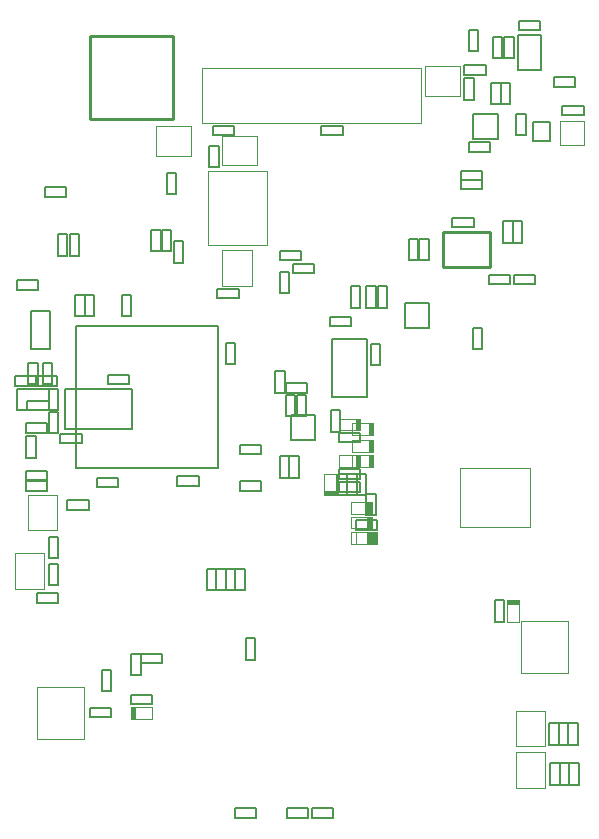
<source format=gbr>
%TF.GenerationSoftware,Altium Limited,Altium Designer,21.2.2 (38)*%
G04 Layer_Color=8388736*
%FSLAX45Y45*%
%MOMM*%
%TF.SameCoordinates,EE3A7C27-349B-46B6-A90B-2B7A9072729B*%
%TF.FilePolarity,Positive*%
%TF.FileFunction,Other,Mechanical_2*%
%TF.Part,Single*%
G01*
G75*
%TA.AperFunction,NonConductor*%
%ADD89C,0.10000*%
%ADD90C,0.25400*%
%ADD91C,0.20000*%
%ADD140C,0.05000*%
G36*
X2980000Y3500000D02*
X2940000D01*
Y3599999D01*
X2980000D01*
Y3500000D01*
D02*
G37*
G36*
X3090001Y3460000D02*
X3050001D01*
Y3560000D01*
X3090001D01*
Y3460000D01*
D02*
G37*
G36*
Y3320000D02*
X3050001D01*
Y3420000D01*
X3090001D01*
Y3320000D01*
D02*
G37*
G36*
Y3190000D02*
X3050001D01*
Y3290000D01*
X3090001D01*
Y3190000D01*
D02*
G37*
G36*
X2980000Y3189999D02*
X2940000D01*
Y3289999D01*
X2980000D01*
Y3189999D01*
D02*
G37*
G36*
X2770001Y2950000D02*
X2670001D01*
Y2990000D01*
X2770001D01*
Y2950000D01*
D02*
G37*
G36*
X3080001Y2790000D02*
X3040001D01*
Y2890000D01*
X3080001D01*
Y2790000D01*
D02*
G37*
G36*
Y2670000D02*
X3040001D01*
Y2770000D01*
X3080001D01*
Y2670000D01*
D02*
G37*
G36*
X3120000Y2540000D02*
X3080001D01*
Y2540000D01*
X3040001D01*
Y2640000D01*
X3080000D01*
Y2640000D01*
X3120000D01*
Y2540000D01*
D02*
G37*
G36*
X4320000Y2020000D02*
X4220000D01*
Y2060000D01*
X4320000D01*
Y2020000D01*
D02*
G37*
G36*
X1080000Y1060000D02*
X1040000D01*
Y1160000D01*
X1080000D01*
Y1060000D01*
D02*
G37*
D89*
X415000Y2655000D02*
Y2955000D01*
X165000Y2655000D02*
X415000D01*
X165000D02*
Y2955000D01*
X415000D01*
X55000Y2160000D02*
Y2460000D01*
X305000D01*
Y2160000D02*
Y2460000D01*
X55000Y2160000D02*
X305000D01*
X4295000Y475000D02*
X4545000D01*
Y775000D01*
X4295000D02*
X4545000D01*
X4295000Y475000D02*
Y775000D01*
Y825000D02*
Y1125000D01*
X4545000D01*
Y825000D02*
Y1125000D01*
X4295000Y825000D02*
X4545000D01*
X4870000Y5920000D02*
Y6120000D01*
X4670000Y5920000D02*
X4870000D01*
X4670000D02*
Y6120000D01*
X4870000D01*
X3525000Y6332500D02*
Y6582500D01*
X3825000D01*
Y6332500D02*
Y6582500D01*
X3525000Y6332500D02*
X3825000D01*
X3490000Y6100000D02*
Y6570000D01*
X1640000D02*
X3490000D01*
X1640000Y6100000D02*
Y6570000D01*
Y6100000D02*
X3490000D01*
X1690000Y5070002D02*
Y5700002D01*
X2190000D01*
Y5070002D02*
Y5700002D01*
X1690000Y5070002D02*
X2190000D01*
X1812499Y4725001D02*
Y5025001D01*
Y4725001D02*
X2062499D01*
Y5025001D01*
X1812499D02*
X2062499D01*
X1805000Y5745002D02*
Y5995002D01*
Y5745002D02*
X2105000D01*
Y5995002D01*
X1805000D02*
X2105000D01*
X1250000Y5825000D02*
Y6075000D01*
Y5825000D02*
X1550000D01*
Y6075000D01*
X1250000D02*
X1550000D01*
X4740000Y1450000D02*
Y1890000D01*
X4340000Y1450000D02*
X4740000D01*
X4340000D02*
Y1890000D01*
X4740000D01*
X3820000Y3180000D02*
X4420000D01*
Y2680000D02*
Y3180000D01*
X3820000Y2680000D02*
X4420000D01*
X3820000D02*
Y3180000D01*
X240000Y890000D02*
Y1330000D01*
X640000D01*
Y890000D02*
Y1330000D01*
X240000Y890000D02*
X640000D01*
D90*
X690000Y6140000D02*
Y6840000D01*
Y6140000D02*
X1390000D01*
Y6840000D01*
X690000D02*
X1390000D01*
X3680000Y4880000D02*
X4080000D01*
X3680000D02*
Y5180000D01*
X4080000D01*
Y4880000D02*
Y5180000D01*
D91*
X2810000Y3490000D02*
Y3670000D01*
X2730000D02*
X2810000D01*
X2730000Y3490000D02*
Y3670000D01*
Y3490000D02*
X2810000D01*
X2740000Y3780000D02*
Y4270000D01*
X3040000D01*
Y3780000D02*
Y4270000D01*
X2740000Y3780000D02*
X3040000D01*
X2390000Y3420000D02*
X2600000D01*
X2390000D02*
Y3630000D01*
X2600000D01*
Y3420000D02*
Y3630000D01*
X2790001Y3130000D02*
X2870001D01*
Y2950000D02*
Y3130000D01*
X2790001Y2950000D02*
X2870001D01*
X2790001D02*
Y3130000D01*
X2870001Y3130000D02*
X2950001D01*
Y2949999D02*
Y3130000D01*
X2870001Y2949999D02*
X2950001D01*
X2870001D02*
Y3130000D01*
X2950001D02*
X3030001D01*
Y2949999D02*
Y3130000D01*
X2950001Y2949999D02*
X3030001D01*
X2950001D02*
Y3130000D01*
X440000Y3390000D02*
X620000D01*
Y3470000D01*
X440000D02*
X620000D01*
X440000Y3390000D02*
Y3470000D01*
X840000Y3970000D02*
X1020000D01*
X840000Y3890000D02*
Y3970000D01*
Y3890000D02*
X1020000D01*
Y3970000D01*
X480000Y3510000D02*
Y3850000D01*
X1050000D01*
Y3510000D02*
Y3850000D01*
X480000Y3510000D02*
X1050000D01*
X230000Y3880000D02*
X410000D01*
Y3960000D01*
X230000D02*
X410000D01*
X230000Y3880000D02*
Y3960000D01*
X290000Y3890000D02*
X370000D01*
Y4070000D01*
X290000D02*
X370000D01*
X290000Y3890000D02*
Y4070000D01*
X60000Y3960000D02*
X240000D01*
X60000Y3880000D02*
Y3960000D01*
Y3880000D02*
X240000D01*
Y3960000D01*
X4270000Y5270000D02*
X4350000D01*
X4270000Y5090000D02*
Y5270000D01*
Y5090000D02*
X4350000D01*
Y5270000D01*
X4190000D02*
X4270000D01*
X4190000Y5090000D02*
Y5270000D01*
Y5090000D02*
X4270000D01*
Y5270000D01*
X3130000Y4540000D02*
X3210000D01*
Y4720000D01*
X3130000D02*
X3210000D01*
X3130000Y4540000D02*
Y4720000D01*
X2900000Y4540000D02*
X2980000D01*
Y4720000D01*
X2900000D02*
X2980000D01*
X2900000Y4540000D02*
Y4720000D01*
X3030000Y4540000D02*
X3110000D01*
Y4720000D01*
X3030000D02*
X3110000D01*
X3030000Y4540000D02*
Y4720000D01*
X2300000Y3100000D02*
X2380000D01*
Y3280000D01*
X2300000D02*
X2380000D01*
X2300000Y3100000D02*
Y3280000D01*
X2380000Y3100000D02*
X2460000D01*
Y3280000D01*
X2380000D02*
X2460000D01*
X2380000Y3100000D02*
Y3280000D01*
X170000Y3890000D02*
X250000D01*
Y4070000D01*
X170000D02*
X250000D01*
X170000Y3890000D02*
Y4070000D01*
X340000Y3670000D02*
X420000D01*
Y3850000D01*
X340000D02*
X420000D01*
X340000Y3670000D02*
Y3850000D01*
X160000Y3670000D02*
Y3750000D01*
Y3670000D02*
X340000D01*
Y3750000D01*
X160000D02*
X340000D01*
X1430000Y3030000D02*
Y3110000D01*
Y3030000D02*
X1610000D01*
Y3110000D01*
X1430000D02*
X1610000D01*
X750000Y3020000D02*
Y3100000D01*
Y3020000D02*
X930000D01*
Y3100000D01*
X750000D02*
X930000D01*
X500000Y2830000D02*
X680000D01*
X500000D02*
Y2910000D01*
X680000D01*
Y2830000D02*
Y2910000D01*
X150000Y3160000D02*
X330000D01*
Y3080000D02*
Y3160000D01*
X150000Y3080000D02*
X330000D01*
X150000D02*
Y3160000D01*
Y2990000D02*
X330000D01*
X150000D02*
Y3070000D01*
X330000D01*
Y2990000D02*
Y3070000D01*
X420000Y2420000D02*
Y2600000D01*
X340000Y2420000D02*
X420000D01*
X340000D02*
Y2600000D01*
X420000D01*
Y2190000D02*
Y2370000D01*
X340000Y2190000D02*
X420000D01*
X340000D02*
Y2370000D01*
X420000D01*
X240000Y2040000D02*
X420000D01*
X240000D02*
Y2120000D01*
X420000D01*
Y2040000D02*
Y2120000D01*
X4590000Y680000D02*
X4670000D01*
X4590000Y500000D02*
Y680000D01*
Y500000D02*
X4670000D01*
Y680000D01*
X4670000Y680000D02*
X4750000D01*
X4670000Y500000D02*
Y680000D01*
Y500000D02*
X4750000D01*
Y680000D01*
X4660000Y840000D02*
Y1020000D01*
X4580000Y840000D02*
X4660000D01*
X4580000D02*
Y1020000D01*
X4660000D01*
X4740000Y840000D02*
Y1020000D01*
X4660001Y840000D02*
X4740000D01*
X4660001D02*
Y1020000D01*
X4740000D01*
X4750000Y680000D02*
X4830000D01*
X4750000Y500000D02*
Y680000D01*
Y500000D02*
X4830000D01*
Y680000D01*
X4820000Y840000D02*
Y1020000D01*
X4740000Y840000D02*
X4820000D01*
X4740000D02*
Y1020000D01*
X4820000D01*
X4120000Y1880000D02*
X4200000D01*
Y2060000D01*
X4120000D02*
X4200000D01*
X4120000Y1880000D02*
Y2060000D01*
X3030000Y2780000D02*
X3110000D01*
Y2960000D01*
X3030000D02*
X3110000D01*
X3030000Y2780000D02*
Y2960000D01*
X2800000Y2979999D02*
Y3059999D01*
Y2979999D02*
X2980000D01*
Y3059999D01*
X2800000D02*
X2980000D01*
X2800000Y3479999D02*
X2980000D01*
Y3400000D02*
Y3479999D01*
X2800000Y3400000D02*
X2980000D01*
X2800000D02*
Y3479999D01*
X3070000Y4050000D02*
X3150000D01*
Y4230000D01*
X3070000D02*
X3150000D01*
X3070000Y4050000D02*
Y4230000D01*
X3354999Y4575000D02*
X3564999D01*
Y4365000D02*
Y4575000D01*
X3354999Y4365000D02*
X3564999D01*
X3354999D02*
Y4575000D01*
X3930000Y4370000D02*
X4010000D01*
X3930000Y4190000D02*
Y4370000D01*
Y4190000D02*
X4010000D01*
Y4370000D01*
X4070000Y4740000D02*
Y4820000D01*
Y4740000D02*
X4250000D01*
Y4820000D01*
X4070000D02*
X4250000D01*
X4460000Y4740000D02*
Y4820000D01*
X4280000D02*
X4460000D01*
X4280000Y4740000D02*
Y4820000D01*
Y4740000D02*
X4460000D01*
X3480000Y5120000D02*
X3560000D01*
X3480000Y4940000D02*
Y5120000D01*
Y4940000D02*
X3560000D01*
Y5120000D01*
X3390000Y4940000D02*
X3470000D01*
Y5120000D01*
X3390000D02*
X3470000D01*
X3390000Y4940000D02*
Y5120000D01*
X3940000Y5220000D02*
Y5300000D01*
X3760000D02*
X3940000D01*
X3760000Y5220000D02*
Y5300000D01*
Y5220000D02*
X3940000D01*
X3830000Y5620000D02*
X4010000D01*
Y5540000D02*
Y5620000D01*
X3830000Y5540000D02*
X4010000D01*
X3830000D02*
Y5620000D01*
Y5700000D02*
X4010000D01*
Y5620000D02*
Y5700000D01*
X3830000Y5620000D02*
X4010000D01*
X3830000D02*
Y5700000D01*
X3900000Y5860000D02*
Y5940000D01*
Y5860000D02*
X4080000D01*
Y5940000D01*
X3900000D02*
X4080000D01*
X3935000Y5965000D02*
X4145000D01*
X3935000D02*
Y6175000D01*
X4145000D01*
Y5965000D02*
Y6175000D01*
X4620000Y6490000D02*
X4800000D01*
Y6410000D02*
Y6490000D01*
X4620000Y6410000D02*
X4800000D01*
X4620000D02*
Y6490000D01*
X4690000Y6170000D02*
Y6250000D01*
Y6170000D02*
X4870000D01*
Y6250000D01*
X4690000D02*
X4870000D01*
X4590000Y5950000D02*
Y6110000D01*
X4440000D02*
X4590000D01*
X4440000Y5950000D02*
Y6110000D01*
Y5950000D02*
X4590000D01*
X4300001Y6180000D02*
X4380000D01*
X4300001Y6000000D02*
Y6180000D01*
Y6000000D02*
X4380000D01*
Y6180000D01*
X4170000Y6440000D02*
X4250000D01*
X4170000Y6260000D02*
Y6440000D01*
Y6260000D02*
X4250000D01*
Y6440000D01*
X3860000Y6300000D02*
X3940000D01*
Y6480000D01*
X3860000D02*
X3940000D01*
X3860000Y6300000D02*
Y6480000D01*
X4040000Y6510000D02*
Y6590000D01*
X3860000D02*
X4040000D01*
X3860000Y6510000D02*
Y6590000D01*
Y6510000D02*
X4040000D01*
X4312500Y6850000D02*
X4512500D01*
Y6550000D02*
Y6850000D01*
X4312500Y6550000D02*
X4512500D01*
X4312500D02*
Y6850000D01*
X4200000Y6650000D02*
Y6830000D01*
X4280000D01*
Y6650000D02*
Y6830000D01*
X4200000Y6650000D02*
X4280000D01*
X4100000D02*
Y6830000D01*
X4180000D01*
Y6650000D02*
Y6830000D01*
X4100000Y6650000D02*
X4180000D01*
X4320000Y6890000D02*
X4500000D01*
X4320000D02*
Y6970000D01*
X4500000D01*
Y6890000D02*
Y6970000D01*
X3900000Y6710000D02*
Y6890000D01*
X3980000D01*
Y6710000D02*
Y6890000D01*
X3900000Y6710000D02*
X3980000D01*
X2830000Y6000000D02*
Y6080000D01*
X2650000D02*
X2830000D01*
X2650000Y6000000D02*
Y6080000D01*
Y6000000D02*
X2830000D01*
X1420000Y5500000D02*
Y5680000D01*
X1340000Y5500000D02*
X1420000D01*
X1340000D02*
Y5680000D01*
X1420000D01*
X1770000Y4700000D02*
X1950000D01*
Y4620000D02*
Y4700000D01*
X1770000Y4620000D02*
X1950000D01*
X1770000D02*
Y4700000D01*
X960000Y4470000D02*
X1040000D01*
Y4650000D01*
X960000D02*
X1040000D01*
X960000Y4470000D02*
Y4650000D01*
X645000D02*
X725000D01*
X645000Y4470000D02*
Y4650000D01*
Y4470000D02*
X725000D01*
Y4650000D01*
X565000D02*
X645000D01*
X565000Y4470000D02*
Y4650000D01*
Y4470000D02*
X645000D01*
Y4650000D01*
X195000Y4192500D02*
X352500D01*
Y4510000D01*
X195000D02*
X352500D01*
X195000Y4192500D02*
Y4510000D01*
X70000Y4770000D02*
X250000D01*
X70000Y4690000D02*
Y4770000D01*
Y4690000D02*
X250000D01*
Y4770000D01*
X600000Y4980000D02*
Y5160001D01*
X520000Y4980000D02*
X600000D01*
X520000D02*
Y5160001D01*
X600000D01*
X500000Y4980000D02*
Y5160001D01*
X420000Y4980000D02*
X500000D01*
X420000D02*
Y5160001D01*
X500000D01*
X310000Y5560000D02*
X490000D01*
Y5480000D02*
Y5560000D01*
X310000Y5480000D02*
X490000D01*
X310000D02*
Y5560000D01*
X2090000Y1560000D02*
Y1740000D01*
X2010000D02*
X2090000D01*
X2010000Y1560000D02*
Y1740000D01*
Y1560000D02*
X2090000D01*
X575000Y4385000D02*
X1775000D01*
Y3184999D02*
Y4385000D01*
X575000Y3184999D02*
X1775000D01*
X575000D02*
Y4385000D01*
X1910000Y6000000D02*
Y6080000D01*
X1730000D02*
X1910000D01*
X1730000Y6000000D02*
Y6080000D01*
Y6000000D02*
X1910000D01*
X4090000Y6440000D02*
X4170000D01*
X4090000Y6260000D02*
Y6440000D01*
Y6260000D02*
X4170000D01*
Y6440000D01*
X1400000Y5100001D02*
X1480000D01*
X1400000Y4920001D02*
Y5100001D01*
Y4920001D02*
X1480000D01*
Y5100001D01*
X1210000Y5020001D02*
X1289999D01*
Y5200001D01*
X1210000D02*
X1289999D01*
X1210000Y5020001D02*
Y5200001D01*
X1300000Y5020001D02*
X1380000D01*
Y5200001D01*
X1300000D02*
X1380000D01*
X1300000Y5020001D02*
Y5200001D01*
X2590000Y4830000D02*
Y4910000D01*
X2410000D02*
X2590000D01*
X2410000Y4830000D02*
Y4910000D01*
Y4830000D02*
X2590000D01*
X2300000Y4660000D02*
X2380000D01*
Y4840000D01*
X2300000D02*
X2380000D01*
X2300000Y4660000D02*
Y4840000D01*
X2480000Y4940000D02*
Y5020000D01*
X2300000D02*
X2480000D01*
X2300000Y4940000D02*
Y5020000D01*
Y4940000D02*
X2480000D01*
X2440000Y3620000D02*
X2520000D01*
Y3800000D01*
X2440000D02*
X2520000D01*
X2440000Y3620000D02*
Y3800000D01*
X2260000Y4000000D02*
X2340000D01*
X2260000Y3820000D02*
Y4000000D01*
Y3820000D02*
X2340000D01*
Y4000000D01*
X2530000Y3820000D02*
Y3900000D01*
X2350000D02*
X2530000D01*
X2350000Y3820000D02*
Y3900000D01*
Y3820000D02*
X2530000D01*
X2350000Y3620000D02*
X2430000D01*
Y3800000D01*
X2350000D02*
X2430000D01*
X2350000Y3620000D02*
Y3800000D01*
X1700000Y5910002D02*
X1780000D01*
X1700000Y5730002D02*
Y5910002D01*
Y5730002D02*
X1780000D01*
Y5910002D01*
X2140000Y2990000D02*
Y3070000D01*
X1960000D02*
X2140000D01*
X1960000Y2990000D02*
Y3070000D01*
Y2990000D02*
X2140000D01*
X870000Y1290000D02*
Y1470000D01*
X790000Y1290000D02*
X870000D01*
X790000D02*
Y1470000D01*
X870000D01*
X1760000Y2150000D02*
Y2330000D01*
X1680000Y2150000D02*
X1760000D01*
X1680000D02*
Y2330000D01*
X1760000D01*
X2000000Y2150000D02*
Y2330000D01*
X1920000Y2150000D02*
X2000000D01*
X1920000D02*
Y2330000D01*
X2000000D01*
X690000Y1150000D02*
X870000D01*
Y1070000D02*
Y1150000D01*
X690000Y1070000D02*
X870000D01*
X690000D02*
Y1150000D01*
X1920000Y220000D02*
X2100000D01*
X1920000D02*
Y300000D01*
X2100000D01*
Y220000D02*
Y300000D01*
X2360000D02*
X2540000D01*
Y220000D02*
Y300000D01*
X2360000Y220000D02*
X2540000D01*
X2360000D02*
Y300000D01*
X2570000Y220000D02*
X2750000D01*
X2570000D02*
Y300000D01*
X2750000D01*
Y220000D02*
Y300000D01*
X1040000Y1430000D02*
Y1610000D01*
X1120000D01*
Y1430000D02*
Y1610000D01*
X1040000Y1430000D02*
X1120000D01*
Y1610000D02*
X1300000D01*
Y1530000D02*
Y1610000D01*
X1120000Y1530000D02*
X1300000D01*
X1120000D02*
Y1610000D01*
X1760000Y2330000D02*
X1840000D01*
X1760000Y2150000D02*
Y2330000D01*
Y2150000D02*
X1840000D01*
Y2330000D01*
X1920000Y2150000D02*
Y2330000D01*
X1840000Y2150000D02*
X1920000D01*
X1840000D02*
Y2330000D01*
X1920000D01*
X1040000Y1180000D02*
X1220000D01*
X1040000D02*
Y1260000D01*
X1220000D01*
Y1180000D02*
Y1260000D01*
X2800000Y3089999D02*
Y3169999D01*
Y3089999D02*
X2980000D01*
Y3169999D01*
X2800000D02*
X2980000D01*
X2940000Y2660000D02*
Y2740000D01*
Y2660000D02*
X3120000D01*
Y2740000D01*
X2940000D02*
X3120000D01*
X340000Y3660000D02*
X420000D01*
X340000Y3480000D02*
Y3660000D01*
Y3480000D02*
X420000D01*
Y3660000D01*
X149999Y3480000D02*
Y3560000D01*
Y3480000D02*
X330000D01*
Y3560000D01*
X149999D02*
X330000D01*
X150000Y3270000D02*
X230000D01*
Y3450000D01*
X150000D02*
X230000D01*
X150000Y3270000D02*
Y3450000D01*
X70000Y3670000D02*
X420000D01*
Y3850000D01*
X70000D02*
X420000D01*
X70000Y3670000D02*
Y3850000D01*
X2720000Y4380000D02*
X2900000D01*
X2720000D02*
Y4460000D01*
X2900000D01*
Y4380000D02*
Y4460000D01*
X1960000Y3300000D02*
X2140000D01*
X1960000D02*
Y3380000D01*
X2140000D01*
Y3300000D02*
Y3380000D01*
X1840000Y4060000D02*
Y4240000D01*
X1920000D01*
Y4060000D02*
Y4240000D01*
X1840000Y4060000D02*
X1920000D01*
D140*
X3080001Y2540000D02*
Y2640000D01*
X2900001D02*
X3080001D01*
X2900001Y2540000D02*
Y2640000D01*
Y2540000D02*
X3080001D01*
Y2670000D02*
Y2770000D01*
X2900001D02*
X3080001D01*
X2900001Y2670000D02*
Y2770000D01*
Y2670000D02*
X3080001D01*
Y2790000D02*
Y2890000D01*
X2900001D02*
X3080001D01*
X2900001Y2790000D02*
Y2890000D01*
Y2790000D02*
X3080001D01*
X2670001Y2950000D02*
X2770001D01*
Y3130000D01*
X2670001D02*
X2770001D01*
X2670001Y2950000D02*
Y3130000D01*
X3090001Y3190000D02*
Y3290000D01*
X2910001D02*
X3090001D01*
X2910001Y3190000D02*
Y3290000D01*
Y3190000D02*
X3090001D01*
Y3320000D02*
Y3420000D01*
X2910001D02*
X3090001D01*
X2910001Y3320000D02*
Y3420000D01*
Y3320000D02*
X3090001D01*
Y3460000D02*
Y3560000D01*
X2910001D02*
X3090001D01*
X2910001Y3460000D02*
Y3560000D01*
Y3460000D02*
X3090001D01*
X3120000Y2540000D02*
Y2640000D01*
X2940000Y2540000D02*
X3120000D01*
X2940000D02*
Y2640000D01*
X3120000D01*
X2980000Y3189999D02*
Y3289999D01*
X2800000Y3189999D02*
X2980000D01*
X2800000D02*
Y3289999D01*
X2980000D01*
X2800000Y3599999D02*
X2980000D01*
X2800000Y3500000D02*
Y3599999D01*
Y3500000D02*
X2980000D01*
Y3599999D01*
X4220000Y1880000D02*
Y2060000D01*
Y1880000D02*
X4320000D01*
Y2060000D01*
X4220000D02*
X4320000D01*
X1040000Y1060000D02*
X1220000D01*
Y1160000D01*
X1040000D02*
X1220000D01*
X1040000Y1060000D02*
Y1160000D01*
%TF.MD5,427f2e8ea610dc317f7310f24bee6fad*%
M02*

</source>
